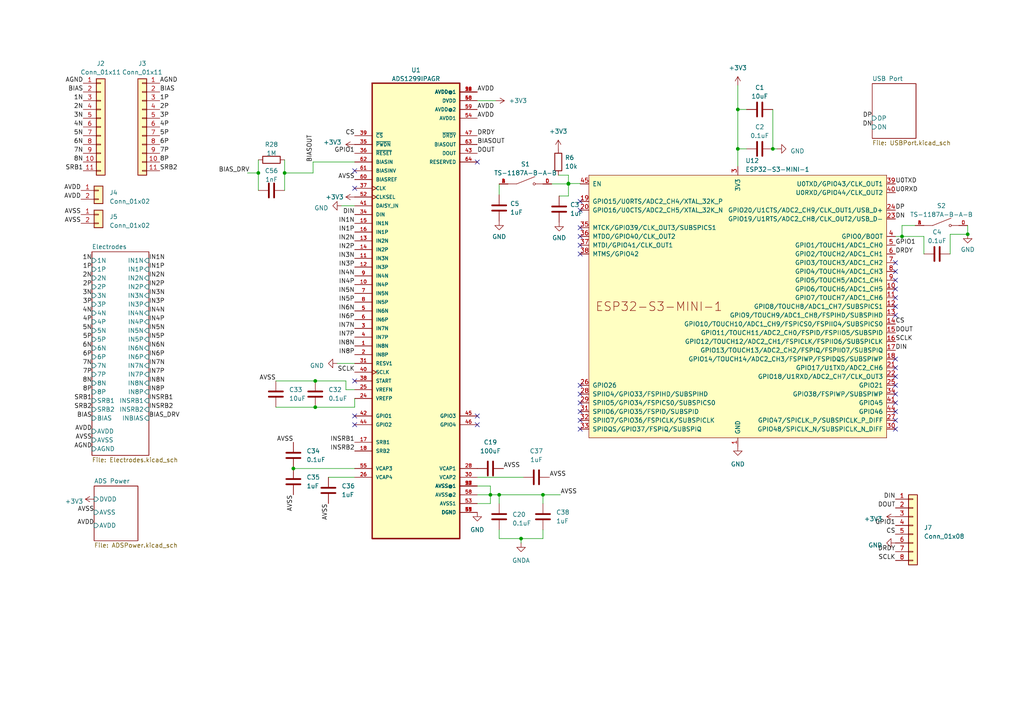
<source format=kicad_sch>
(kicad_sch (version 20230121) (generator eeschema)
  (paper "A4")
  (title_block (title "Monolith") (date "2023-12-09") (company "Monolith BCI"))
  (lib_symbols
    (symbol "ADS1299IPAGR:ADS1299IPAGR" (pin_names (offset 1.016))
      (property "Reference" "U" (at -12.7 67.04 0))
      (property "Value" "ADS1299IPAGR" (at -12.7 -70.04 0))
      (symbol "ADS1299IPAGR_0_0"
        (rectangle (start -12.7 -66.04) (end 12.7 66.04) (stroke (width 0.41)) (fill (type background)))
        (pin input line (at -17.78 -10.16 0) (length 5.08) (name "IN8N") (number "1"))
        (pin input line (at -17.78 7.62 0) (length 5.08) (name "IN4P") (number "10"))
        (pin input line (at -17.78 15.24 0) (length 5.08) (name "IN3N") (number "11"))
        (pin input line (at -17.78 12.7 0) (length 5.08) (name "IN3P") (number "12"))
        (pin input line (at -17.78 20.32 0) (length 5.08) (name "IN2N") (number "13"))
        (pin input line (at -17.78 17.78 0) (length 5.08) (name "IN2P") (number "14"))
        (pin input line (at -17.78 25.4 0) (length 5.08) (name "IN1N") (number "15"))
        (pin input line (at -17.78 22.86 0) (length 5.08) (name "IN1P") (number "16"))
        (pin bidirectional line (at -17.78 -38.1 0) (length 5.08) (name "SRB1") (number "17"))
        (pin bidirectional line (at -17.78 -40.64 0) (length 5.08) (name "SRB2") (number "18"))
        (pin power_in line (at 17.78 63.5 180) (length 5.08) (name "AVDD@1") (number "19"))
        (pin input line (at -17.78 -12.7 0) (length 5.08) (name "IN8P") (number "2"))
        (pin power_in line (at 17.78 -50.8 180) (length 5.08) (name "AVSS@1") (number "20"))
        (pin power_in line (at 17.78 63.5 180) (length 5.08) (name "AVDD@1") (number "21"))
        (pin power_in line (at 17.78 63.5 180) (length 5.08) (name "AVDD@1") (number "22"))
        (pin power_in line (at 17.78 -50.8 180) (length 5.08) (name "AVSS@1") (number "23"))
        (pin input line (at -17.78 -25.4 0) (length 5.08) (name "VREFP") (number "24"))
        (pin input line (at -17.78 -22.86 0) (length 5.08) (name "VREFN") (number "25"))
        (pin bidirectional line (at -17.78 -48.26 0) (length 5.08) (name "VCAP4") (number "26"))
        (pin output line (at 17.78 -45.72 180) (length 5.08) (name "VCAP1") (number "28"))
        (pin input line (at -17.78 -5.08 0) (length 5.08) (name "IN7N") (number "3"))
        (pin output line (at 17.78 -48.26 180) (length 5.08) (name "VCAP2") (number "30"))
        (pin input line (at -17.78 -15.24 0) (length 5.08) (name "RESV1") (number "31"))
        (pin power_in line (at 17.78 -50.8 180) (length 5.08) (name "AVSS@1") (number "32"))
        (pin power_in line (at 17.78 -58.42 180) (length 5.08) (name "DGND") (number "33"))
        (pin input line (at -17.78 27.94 0) (length 5.08) (name "DIN") (number "34"))
        (pin input line (at -17.78 48.26 0) (length 5.08) (name "~{PWDN}") (number "35"))
        (pin input line (at -17.78 45.72 0) (length 5.08) (name "~{RESET}") (number "36"))
        (pin input clock (at -17.78 35.56 0) (length 5.08) (name "CLK") (number "37"))
        (pin input line (at -17.78 -20.32 0) (length 5.08) (name "START") (number "38"))
        (pin input line (at -17.78 50.8 0) (length 5.08) (name "~{CS}") (number "39"))
        (pin input line (at -17.78 -7.62 0) (length 5.08) (name "IN7P") (number "4"))
        (pin input clock (at -17.78 -17.78 0) (length 5.08) (name "SCLK") (number "40"))
        (pin input line (at -17.78 30.48 0) (length 5.08) (name "DAISY_IN") (number "41"))
        (pin bidirectional line (at -17.78 -30.48 0) (length 5.08) (name "GPIO1") (number "42"))
        (pin output line (at 17.78 45.72 180) (length 5.08) (name "DOUT") (number "43"))
        (pin bidirectional line (at -17.78 -33.02 0) (length 5.08) (name "GPIO2") (number "44"))
        (pin bidirectional line (at 17.78 -30.48 180) (length 5.08) (name "GPIO3") (number "45"))
        (pin bidirectional line (at 17.78 -33.02 180) (length 5.08) (name "GPIO4") (number "46"))
        (pin output line (at 17.78 50.8 180) (length 5.08) (name "~{DRDY}") (number "47"))
        (pin power_in line (at 17.78 60.96 180) (length 5.08) (name "DVDD") (number "48"))
        (pin power_in line (at 17.78 -58.42 180) (length 5.08) (name "DGND") (number "49"))
        (pin input line (at -17.78 0 0) (length 5.08) (name "IN6N") (number "5"))
        (pin power_in line (at 17.78 60.96 180) (length 5.08) (name "DVDD") (number "50"))
        (pin power_in line (at 17.78 -58.42 180) (length 5.08) (name "DGND") (number "51"))
        (pin input clock (at -17.78 33.02 0) (length 5.08) (name "CLKSEL") (number "52"))
        (pin power_in line (at 17.78 -55.88 180) (length 5.08) (name "AVSS1") (number "53"))
        (pin power_in line (at 17.78 55.88 180) (length 5.08) (name "AVDD1") (number "54"))
        (pin bidirectional line (at -17.78 -45.72 0) (length 5.08) (name "VCAP3") (number "55"))
        (pin power_in line (at 17.78 63.5 180) (length 5.08) (name "AVDD@1") (number "56"))
        (pin power_in line (at 17.78 -50.8 180) (length 5.08) (name "AVSS@1") (number "57"))
        (pin power_in line (at 17.78 -53.34 180) (length 5.08) (name "AVSS@2") (number "58"))
        (pin power_in line (at 17.78 58.42 180) (length 5.08) (name "AVDD@2") (number "59"))
        (pin input line (at -17.78 -2.54 0) (length 5.08) (name "IN6P") (number "6"))
        (pin input line (at -17.78 38.1 0) (length 5.08) (name "BIASREF") (number "60"))
        (pin input line (at -17.78 40.64 0) (length 5.08) (name "BIASINV") (number "61"))
        (pin input line (at -17.78 43.18 0) (length 5.08) (name "BIASIN") (number "62"))
        (pin output line (at 17.78 48.26 180) (length 5.08) (name "BIASOUT") (number "63"))
        (pin output line (at 17.78 43.18 180) (length 5.08) (name "RESERVED") (number "64"))
        (pin input line (at -17.78 5.08 0) (length 5.08) (name "IN5N") (number "7"))
        (pin input line (at -17.78 2.54 0) (length 5.08) (name "IN5P") (number "8"))
        (pin input line (at -17.78 10.16 0) (length 5.08) (name "IN4N") (number "9"))
      )
    )
    (symbol "Connector_Generic:Conn_01x02" (pin_names (offset 1.016) hide)
      (property "Reference" "J" (at 0 2.54 0))
      (property "Value" "Conn_01x02" (at 0 -5.08 0))
      (symbol "Conn_01x02_1_1"
        (rectangle (start -1.27 -2.413) (end 0 -2.667) (stroke (width 0.1524)))
        (rectangle (start -1.27 0.127) (end 0 -0.127) (stroke (width 0.1524)))
        (rectangle (start -1.27 1.27) (end 1.27 -3.81) (stroke (width 0.254)) (fill (type background)))
        (pin passive line (at -5.08 0 0) (length 3.81) (name "Pin_1") (number "1"))
        (pin passive line (at -5.08 -2.54 0) (length 3.81) (name "Pin_2") (number "2"))
      )
    )
    (symbol "Connector_Generic:Conn_01x08" (pin_names (offset 1.016) hide)
      (property "Reference" "J" (at 0 10.16 0))
      (property "Value" "Conn_01x08" (at 0 -12.7 0))
      (symbol "Conn_01x08_1_1"
        (rectangle (start -1.27 -10.033) (end 0 -10.287) (stroke (width 0.1524)))
        (rectangle (start -1.27 -7.493) (end 0 -7.747) (stroke (width 0.1524)))
        (rectangle (start -1.27 -4.953) (end 0 -5.207) (stroke (width 0.1524)))
        (rectangle (start -1.27 -2.413) (end 0 -2.667) (stroke (width 0.1524)))
        (rectangle (start -1.27 0.127) (end 0 -0.127) (stroke (width 0.1524)))
        (rectangle (start -1.27 2.667) (end 0 2.413) (stroke (width 0.1524)))
        (rectangle (start -1.27 5.207) (end 0 4.953) (stroke (width 0.1524)))
        (rectangle (start -1.27 7.747) (end 0 7.493) (stroke (width 0.1524)))
        (rectangle (start -1.27 8.89) (end 1.27 -11.43) (stroke (width 0.254)) (fill (type background)))
        (pin passive line (at -5.08 7.62 0) (length 3.81) (name "Pin_1") (number "1"))
        (pin passive line (at -5.08 5.08 0) (length 3.81) (name "Pin_2") (number "2"))
        (pin passive line (at -5.08 2.54 0) (length 3.81) (name "Pin_3") (number "3"))
        (pin passive line (at -5.08 0 0) (length 3.81) (name "Pin_4") (number "4"))
        (pin passive line (at -5.08 -2.54 0) (length 3.81) (name "Pin_5") (number "5"))
        (pin passive line (at -5.08 -5.08 0) (length 3.81) (name "Pin_6") (number "6"))
        (pin passive line (at -5.08 -7.62 0) (length 3.81) (name "Pin_7") (number "7"))
        (pin passive line (at -5.08 -10.16 0) (length 3.81) (name "Pin_8") (number "8"))
      )
    )
    (symbol "Connector_Generic:Conn_01x11" (pin_names (offset 1.016) hide)
      (property "Reference" "J" (at 0 15.24 0))
      (property "Value" "Conn_01x11" (at 0 -15.24 0))
      (symbol "Conn_01x11_1_1"
        (rectangle (start -1.27 -12.573) (end 0 -12.827) (stroke (width 0.1524)))
        (rectangle (start -1.27 -10.033) (end 0 -10.287) (stroke (width 0.1524)))
        (rectangle (start -1.27 -7.493) (end 0 -7.747) (stroke (width 0.1524)))
        (rectangle (start -1.27 -4.953) (end 0 -5.207) (stroke (width 0.1524)))
        (rectangle (start -1.27 -2.413) (end 0 -2.667) (stroke (width 0.1524)))
        (rectangle (start -1.27 0.127) (end 0 -0.127) (stroke (width 0.1524)))
        (rectangle (start -1.27 2.667) (end 0 2.413) (stroke (width 0.1524)))
        (rectangle (start -1.27 5.207) (end 0 4.953) (stroke (width 0.1524)))
        (rectangle (start -1.27 7.747) (end 0 7.493) (stroke (width 0.1524)))
        (rectangle (start -1.27 10.287) (end 0 10.033) (stroke (width 0.1524)))
        (rectangle (start -1.27 12.827) (end 0 12.573) (stroke (width 0.1524)))
        (rectangle (start -1.27 13.97) (end 1.27 -13.97) (stroke (width 0.254)) (fill (type background)))
        (pin passive line (at -5.08 12.7 0) (length 3.81) (name "Pin_1") (number "1"))
        (pin passive line (at -5.08 -10.16 0) (length 3.81) (name "Pin_10") (number "10"))
        (pin passive line (at -5.08 -12.7 0) (length 3.81) (name "Pin_11") (number "11"))
        (pin passive line (at -5.08 10.16 0) (length 3.81) (name "Pin_2") (number "2"))
        (pin passive line (at -5.08 7.62 0) (length 3.81) (name "Pin_3") (number "3"))
        (pin passive line (at -5.08 5.08 0) (length 3.81) (name "Pin_4") (number "4"))
        (pin passive line (at -5.08 2.54 0) (length 3.81) (name "Pin_5") (number "5"))
        (pin passive line (at -5.08 0 0) (length 3.81) (name "Pin_6") (number "6"))
        (pin passive line (at -5.08 -2.54 0) (length 3.81) (name "Pin_7") (number "7"))
        (pin passive line (at -5.08 -5.08 0) (length 3.81) (name "Pin_8") (number "8"))
        (pin passive line (at -5.08 -7.62 0) (length 3.81) (name "Pin_9") (number "9"))
      )
    )
    (symbol "Device:C" (pin_numbers hide) (pin_names (offset 0.254))
      (property "Reference" "C" (at 0.635 2.54 0))
      (property "Value" "C" (at 0.635 -2.54 0))
      (symbol "C_0_1"
        (polyline (pts (xy -2.032 -0.762) (xy 2.032 -0.762)) (stroke (width 0.508)))
        (polyline (pts (xy -2.032 0.762) (xy 2.032 0.762)) (stroke (width 0.508)))
      )
      (symbol "C_1_1"
        (pin passive line (at 0 3.81 270) (length 2.794) (name "~") (number "1"))
        (pin passive line (at 0 -3.81 90) (length 2.794) (name "~") (number "2"))
      )
    )
    (symbol "Device:R" (pin_numbers hide) (pin_names (offset 0))
      (property "Reference" "R" (at 2.032 0 90))
      (property "Value" "R" (at 0 0 90))
      (symbol "R_0_1"
        (rectangle (start -1.016 -2.54) (end 1.016 2.54) (stroke (width 0.254)))
      )
      (symbol "R_1_1"
        (pin passive line (at 0 3.81 270) (length 1.27) (name "~") (number "1"))
        (pin passive line (at 0 -3.81 90) (length 1.27) (name "~") (number "2"))
      )
    )
    (symbol "PCM_Espressif:ESP32-S3-MINI-1" (pin_names (offset 1.016))
      (property "Reference" "U" (at -43.18 43.18 0))
      (property "Value" "ESP32-S3-MINI-1" (at -43.18 40.64 0))
      (symbol "ESP32-S3-MINI-1_0_0"
        (text "ESP32-S3-MINI-1" (at -22.86 0 0) (effects (font (size 2.54 2.54))))
        (pin power_in line (at 0 -40.64 90) (length 2.54) (name "GND") (number "1"))
        (pin bidirectional line (at 45.72 5.08 180) (length 2.54) (name "GPIO6/TOUCH6/ADC1_CH5") (number "10"))
        (pin bidirectional line (at 45.72 2.54 180) (length 2.54) (name "GPIO7/TOUCH7/ADC1_CH6") (number "11"))
        (pin bidirectional line (at 45.72 0 180) (length 2.54) (name "GPIO8/TOUCH8/ADC1_CH7/SUBSPICS1") (number "12"))
        (pin bidirectional line (at 45.72 -2.54 180) (length 2.54) (name "GPIO9/TOUCH9/ADC1_CH8/FSPIHD/SUBSPIHD") (number "13"))
        (pin bidirectional line (at 45.72 -5.08 180) (length 2.54) (name "GPIO10/TOUCH10/ADC1_CH9/FSPICS0/FSPIIO4/SUBSPICS0") (number "14"))
        (pin bidirectional line (at 45.72 -7.62 180) (length 2.54) (name "GPIO11/TOUCH11/ADC2_CH0/FSPID/FSPIIO5/SUBSPID") (number "15"))
        (pin bidirectional line (at 45.72 -10.16 180) (length 2.54) (name "GPIO12/TOUCH12/ADC2_CH1/FSPICLK/FSPIIO6/SUBSPICLK") (number "16"))
        (pin bidirectional line (at 45.72 -12.7 180) (length 2.54) (name "GPIO13/TOUCH13/ADC2_CH2/FSPIQ/FSPIIO7/SUBSPIQ") (number "17"))
        (pin bidirectional line (at 45.72 -15.24 180) (length 2.54) (name "GPIO14/TOUCH14/ADC2_CH3/FSPIWP/FSPIDQS/SUBSPIWP") (number "18"))
        (pin bidirectional line (at -45.72 30.48 0) (length 2.54) (name "GPIO15/U0RTS/ADC2_CH4/XTAL_32K_P") (number "19"))
        (pin passive line (at 0 -40.64 90) (length 2.54) hide (name "GND") (number "2"))
        (pin bidirectional line (at -45.72 27.94 0) (length 2.54) (name "GPIO16/U0CTS/ADC2_CH5/XTAL_32K_N") (number "20"))
        (pin bidirectional line (at 45.72 -17.78 180) (length 2.54) (name "GPIO17/U1TXD/ADC2_CH6") (number "21"))
        (pin bidirectional line (at 45.72 -20.32 180) (length 2.54) (name "GPIO18/U1RXD/ADC2_CH7/CLK_OUT3") (number "22"))
        (pin bidirectional line (at 45.72 25.4 180) (length 2.54) (name "GPIO19/U1RTS/ADC2_CH8/CLK_OUT2/USB_D-") (number "23"))
        (pin bidirectional line (at 45.72 27.94 180) (length 2.54) (name "GPIO20/U1CTS/ADC2_CH9/CLK_OUT1/USB_D+") (number "24"))
        (pin bidirectional line (at 45.72 -22.86 180) (length 2.54) (name "GPIO21") (number "25"))
        (pin bidirectional line (at -45.72 -22.86 0) (length 2.54) (name "GPIO26") (number "26"))
        (pin bidirectional line (at 45.72 -33.02 180) (length 2.54) (name "GPIO47/SPICLK_P/SUBSPICLK_P_DIFF") (number "27"))
        (pin bidirectional line (at -45.72 -25.4 0) (length 2.54) (name "SPIIO4/GPIO33/FSPIHD/SUBSPIHD") (number "28"))
        (pin bidirectional line (at -45.72 -27.94 0) (length 2.54) (name "SPIIO5/GPIO34/FSPICS0/SUBSPICS0") (number "29"))
        (pin power_in line (at 0 40.64 270) (length 2.54) (name "3V3") (number "3"))
        (pin bidirectional line (at 45.72 -35.56 180) (length 2.54) (name "GPIO48/SPICLK_N/SUBSPICLK_N_DIFF") (number "30"))
        (pin bidirectional line (at -45.72 -30.48 0) (length 2.54) (name "SPIIO6/GPIO35/FSPID/SUBSPID") (number "31"))
        (pin bidirectional line (at -45.72 -33.02 0) (length 2.54) (name "SPIIO7/GPIO36/FSPICLK/SUBSPICLK") (number "32"))
        (pin bidirectional line (at -45.72 -35.56 0) (length 2.54) (name "SPIDQS/GPIO37/FSPIQ/SUBSPIQ") (number "33"))
        (pin bidirectional line (at 45.72 -25.4 180) (length 2.54) (name "GPIO38/FSPIWP/SUBSPIWP") (number "34"))
        (pin bidirectional line (at -45.72 22.86 0) (length 2.54) (name "MTCK/GPIO39/CLK_OUT3/SUBSPICS1") (number "35"))
        (pin bidirectional line (at -45.72 20.32 0) (length 2.54) (name "MTDO/GPIO40/CLK_OUT2") (number "36"))
        (pin bidirectional line (at -45.72 17.78 0) (length 2.54) (name "MTDI/GPIO41/CLK_OUT1") (number "37"))
        (pin bidirectional line (at -45.72 15.24 0) (length 2.54) (name "MTMS/GPIO42") (number "38"))
        (pin bidirectional line (at 45.72 35.56 180) (length 2.54) (name "U0TXD/GPIO43/CLK_OUT1") (number "39"))
        (pin bidirectional line (at 45.72 20.32 180) (length 2.54) (name "GPIO0/BOOT") (number "4"))
        (pin bidirectional line (at 45.72 33.02 180) (length 2.54) (name "U0RXD/GPIO44/CLK_OUT2") (number "40"))
        (pin bidirectional line (at 45.72 -27.94 180) (length 2.54) (name "GPIO45") (number "41"))
        (pin passive line (at 0 -40.64 90) (length 2.54) hide (name "GND") (number "42"))
        (pin passive line (at 0 -40.64 90) (length 2.54) hide (name "GND") (number "43"))
        (pin bidirectional line (at 45.72 -30.48 180) (length 2.54) (name "GPIO46") (number "44"))
        (pin input line (at -45.72 35.56 0) (length 2.54) (name "EN") (number "45"))
        (pin passive line (at 0 -40.64 90) (length 2.54) hide (name "GND") (number "46"))
        (pin passive line (at 0 -40.64 90) (length 2.54) hide (name "GND") (number "47"))
        (pin passive line (at 0 -40.64 90) (length 2.54) hide (name "GND") (number "48"))
        (pin passive line (at 0 -40.64 90) (length 2.54) hide (name "GND") (number "49"))
        (pin bidirectional line (at 45.72 17.78 180) (length 2.54) (name "GPIO1/TOUCH1/ADC1_CH0") (number "5"))
        (pin passive line (at 0 -40.64 90) (length 2.54) hide (name "GND") (number "50"))
        (pin passive line (at 0 -40.64 90) (length 2.54) hide (name "GND") (number "51"))
        (pin passive line (at 0 -40.64 90) (length 2.54) hide (name "GND") (number "52"))
        (pin passive line (at 0 -40.64 90) (length 2.54) hide (name "GND") (number "53"))
        (pin passive line (at 0 -40.64 90) (length 2.54) hide (name "GND") (number "54"))
        (pin passive line (at 0 -40.64 90) (length 2.54) hide (name "GND") (number "55"))
        (pin passive line (at 0 -40.64 90) (length 2.54) hide (name "GND") (number "56"))
        (pin passive line (at 0 -40.64 90) (length 2.54) hide (name "GND") (number "57"))
        (pin passive line (at 0 -40.64 90) (length 2.54) hide (name "GND") (number "58"))
        (pin passive line (at 0 -40.64 90) (length 2.54) hide (name "GND") (number "59"))
        (pin bidirectional line (at 45.72 15.24 180) (length 2.54) (name "GPIO2/TOUCH2/ADC1_CH1") (number "6"))
        (pin passive line (at 0 -40.64 90) (length 2.54) hide (name "GND") (number "60"))
        (pin passive line (at 0 -40.64 90) (length 2.54) hide (name "GND") (number "61"))
        (pin passive line (at 0 -40.64 90) (length 2.54) hide (name "GND") (number "62"))
        (pin passive line (at 0 -40.64 90) (length 2.54) hide (name "GND") (number "63"))
        (pin passive line (at 0 -40.64 90) (length 2.54) hide (name "GND") (number "64"))
        (pin passive line (at 0 -40.64 90) (length 2.54) hide (name "GND") (number "65"))
        (pin bidirectional line (at 45.72 12.7 180) (length 2.54) (name "GPIO3/TOUCH3/ADC1_CH2") (number "7"))
        (pin bidirectional line (at 45.72 10.16 180) (length 2.54) (name "GPIO4/TOUCH4/ADC1_CH3") (number "8"))
        (pin bidirectional line (at 45.72 7.62 180) (length 2.54) (name "GPIO5/TOUCH5/ADC1_CH4") (number "9"))
      )
      (symbol "ESP32-S3-MINI-1_0_1"
        (rectangle (start -43.18 38.1) (end 43.18 -38.1) (fill (type background)))
      )
    )
    (symbol "TS-1187A-B-A-B:TS-1187A-B-A-B" (pin_names (offset 1.016))
      (property "Reference" "S" (at -2.54 2.54 0))
      (property "Value" "TS-1187A-B-A-B" (at -2.54 -2.54 0))
      (symbol "TS-1187A-B-A-B_0_0"
        (polyline (pts (xy -2.54 0) (xy -5.08 0)) (stroke (width 0.1524)))
        (polyline (pts (xy -2.54 0) (xy 2.794 2.1336)) (stroke (width 0.1524)))
        (polyline (pts (xy 5.08 0) (xy 2.921 0)) (stroke (width 0.1524)))
        (circle (center 2.54 0) (radius 0.3302) (stroke (width 0.1524)))
        (pin passive line (at -7.62 0 0) (length 2.54) (name "~") (number "A"))
        (pin passive line (at -7.62 0 0) (length 2.54) (name "~") (number "B"))
        (pin passive line (at 7.62 0 180) (length 2.54) (name "~") (number "C"))
        (pin passive line (at 7.62 0 180) (length 2.54) (name "~") (number "D"))
      )
    )
    (symbol "power:+3V3" (power) (pin_names (offset 0))
      (property "Value" "+3V3" (at 0 3.556 0))
      (symbol "+3V3_0_1"
        (polyline (pts (xy -0.762 1.27) (xy 0 2.54)))
        (polyline (pts (xy 0 0) (xy 0 2.54)))
        (polyline (pts (xy 0 2.54) (xy 0.762 1.27)))
      )
      (symbol "+3V3_1_1"
        (pin power_in line (at 0 0 90) (length 0) hide (name "+3V3") (number "1"))
      )
    )
    (symbol "power:GND" (power) (pin_names (offset 0))
      (property "Value" "GND" (at 0 -3.81 0))
      (symbol "GND_0_1"
        (polyline (pts (xy 0 0) (xy 0 -1.27) (xy 1.27 -1.27) (xy 0 -2.54) (xy -1.27 -1.27) (xy 0 -1.27)))
      )
      (symbol "GND_1_1"
        (pin power_in line (at 0 0 270) (length 0) hide (name "GND") (number "1"))
      )
    )
    (symbol "power:GNDA" (power) (pin_names (offset 0))
      (property "Value" "GNDA" (at 0 -3.81 0))
      (symbol "GNDA_0_1"
        (polyline (pts (xy 0 0) (xy 0 -1.27) (xy 1.27 -1.27) (xy 0 -2.54) (xy -1.27 -1.27) (xy 0 -1.27)))
      )
      (symbol "GNDA_1_1"
        (pin power_in line (at 0 0 270) (length 0) hide (name "GNDA") (number "1"))
      )
    )
  )
  (junction (at 280.67 67.945))
  (junction (at 157.48 143.51))
  (junction (at 164.8714 53.34))
  (junction (at 164.8714 53.229))
  (junction (at 261.62 68.58))
  (junction (at 224.155 43.18))
  (junction (at 142.24 143.51))
  (junction (at 213.995 43.18))
  (junction (at 74.93 50.165))
  (junction (at 144.78 143.51))
  (junction (at 213.995 31.75))
  (junction (at 82.55 50.165))
  (junction (at 91.44 118.11))
  (junction (at 151.13 156.21))
  (junction (at 91.44 110.49))
  (junction (at 85.09 135.89))
  (no_connect (at 259.715 109.22))
  (no_connect (at 259.715 83.82))
  (no_connect (at 168.275 71.12))
  (no_connect (at 168.275 124.46))
  (no_connect (at 138.43 120.65))
  (no_connect (at 259.715 76.2))
  (no_connect (at 168.275 68.58))
  (no_connect (at 168.275 114.3))
  (no_connect (at 259.715 91.44))
  (no_connect (at 259.715 124.46))
  (no_connect (at 168.275 66.04))
  (no_connect (at 259.715 116.84))
  (no_connect (at 259.715 111.76))
  (no_connect (at 168.275 119.38))
  (no_connect (at 259.715 104.14))
  (no_connect (at 259.715 78.74))
  (no_connect (at 102.87 110.49))
  (no_connect (at 102.87 49.53))
  (no_connect (at 168.275 111.76))
  (no_connect (at 259.715 86.36))
  (no_connect (at 259.715 81.28))
  (no_connect (at 259.715 88.9))
  (no_connect (at 102.87 54.61))
  (no_connect (at 259.715 114.3))
  (no_connect (at 168.275 58.42))
  (no_connect (at 259.715 119.38))
  (no_connect (at 102.87 123.19))
  (no_connect (at 168.275 60.96))
  (no_connect (at 168.275 121.92))
  (no_connect (at 138.43 46.99))
  (no_connect (at 138.43 123.19))
  (no_connect (at 259.715 121.92))
  (no_connect (at 259.715 106.68))
  (no_connect (at 168.275 116.84))
  (no_connect (at 102.87 120.65))
  (no_connect (at 168.275 73.66))
  (wire (pts (xy 95.25 138.43) (xy 102.87 138.43)))
  (wire (pts (xy 138.43 138.43) (xy 151.765 138.43)))
  (wire (pts (xy 74.93 46.355) (xy 74.93 50.165)))
  (wire (pts (xy 213.995 31.75) (xy 216.535 31.75)))
  (wire (pts (xy 99.06 59.69) (xy 102.87 59.69)))
  (wire (pts (xy 90.805 50.165) (xy 90.805 46.99)))
  (wire (pts (xy 224.155 31.75) (xy 224.155 43.18)))
  (wire (pts (xy 144.78 153.67) (xy 144.78 156.21)))
  (wire (pts (xy 261.62 68.58) (xy 259.715 68.58)))
  (wire (pts (xy 91.44 118.11) (xy 102.87 118.11)))
  (wire (pts (xy 216.535 43.18) (xy 213.995 43.18)))
  (wire (pts (xy 164.8714 53.34) (xy 164.8714 56.8452)))
  (wire (pts (xy 157.48 143.51) (xy 162.56 143.51)))
  (wire (pts (xy 82.55 50.165) (xy 90.805 50.165)))
  (wire (pts (xy 142.24 140.97) (xy 138.43 140.97)))
  (wire (pts (xy 100.33 113.03) (xy 100.33 110.49)))
  (wire (pts (xy 151.13 156.21) (xy 151.13 157.48)))
  (wire (pts (xy 144.78 143.51) (xy 157.48 143.51)))
  (wire (pts (xy 164.8714 53.229) (xy 164.8714 53.34)))
  (wire (pts (xy 142.24 146.05) (xy 142.24 143.51)))
  (wire (pts (xy 267.97 68.58) (xy 261.62 68.58)))
  (wire (pts (xy 275.59 73.66) (xy 275.59 67.945)))
  (wire (pts (xy 261.62 65.405) (xy 265.43 65.405)))
  (wire (pts (xy 102.87 113.03) (xy 100.33 113.03)))
  (wire (pts (xy 138.43 143.51) (xy 142.24 143.51)))
  (wire (pts (xy 100.33 110.49) (xy 91.44 110.49)))
  (wire (pts (xy 142.24 143.51) (xy 144.78 143.51)))
  (wire (pts (xy 97.79 105.41) (xy 102.87 105.41)))
  (wire (pts (xy 168.275 53.229) (xy 168.275 53.34)))
  (wire (pts (xy 74.93 50.165) (xy 74.93 55.245)))
  (wire (pts (xy 157.48 143.51) (xy 157.48 146.05)))
  (wire (pts (xy 267.97 73.66) (xy 267.97 68.58)))
  (wire (pts (xy 213.995 31.75) (xy 213.995 43.18)))
  (wire (pts (xy 102.87 118.11) (xy 102.87 115.57)))
  (wire (pts (xy 138.43 29.21) (xy 143.764 29.21)))
  (wire (pts (xy 144.78 53.34) (xy 144.78 56.515)))
  (wire (pts (xy 213.995 43.18) (xy 213.995 48.26)))
  (wire (pts (xy 275.59 67.945) (xy 280.67 67.945)))
  (wire (pts (xy 280.67 65.405) (xy 280.67 67.945)))
  (wire (pts (xy 151.13 156.21) (xy 144.78 156.21)))
  (wire (pts (xy 142.24 143.51) (xy 142.24 140.97)))
  (wire (pts (xy 80.01 118.11) (xy 91.44 118.11)))
  (wire (pts (xy 82.55 46.355) (xy 82.55 50.165)))
  (wire (pts (xy 157.48 153.67) (xy 157.48 156.21)))
  (wire (pts (xy 162.179 56.8452) (xy 164.8714 56.8452)))
  (wire (pts (xy 82.55 50.165) (xy 82.55 55.245)))
  (wire (pts (xy 164.8714 50.8) (xy 164.8714 53.229)))
  (wire (pts (xy 144.78 143.51) (xy 144.78 146.05)))
  (wire (pts (xy 161.925 50.8) (xy 164.8714 50.8)))
  (wire (pts (xy 261.62 65.405) (xy 261.62 68.58)))
  (wire (pts (xy 80.01 110.49) (xy 91.44 110.49)))
  (wire (pts (xy 164.8714 53.229) (xy 168.275 53.229)))
  (wire (pts (xy 71.755 50.165) (xy 74.93 50.165)))
  (wire (pts (xy 157.48 156.21) (xy 151.13 156.21)))
  (wire (pts (xy 213.995 24.765) (xy 213.995 31.75)))
  (wire (pts (xy 90.805 46.99) (xy 102.87 46.99)))
  (wire (pts (xy 160.02 53.34) (xy 164.8714 53.34)))
  (wire (pts (xy 138.43 146.05) (xy 142.24 146.05)))
  (wire (pts (xy 224.155 43.18) (xy 225.425 43.18)))
  (wire (pts (xy 85.09 135.89) (xy 102.87 135.89)))
  (label "IN5P" (at 43.18 98.425 0))
  (label "IN4P" (at 102.87 82.55 180))
  (label "DIN" (at 259.715 101.6 0))
  (label "SRB1" (at 24.13 49.53 180))
  (label "DIN" (at 259.715 144.78 180))
  (label "3N" (at 26.67 85.725 180))
  (label "IN4P" (at 43.18 93.345 0))
  (label "IN2P" (at 102.87 72.39 180))
  (label "DP" (at 252.984 34.29 180))
  (label "1N" (at 26.67 75.565 180))
  (label "IN1N" (at 102.87 64.77 180))
  (label "IN7P" (at 43.18 108.585 0))
  (label "5N" (at 26.67 95.885 180))
  (label "IN8N" (at 102.87 100.33 180))
  (label "DP" (at 259.715 60.96 0))
  (label "AVSS" (at 23.495 64.77 180))
  (label "6P" (at 46.355 41.91 0))
  (label "DRDY" (at 259.715 160.02 180))
  (label "6N" (at 24.13 41.91 180))
  (label "INSRB2" (at 43.18 118.745 0))
  (label "IN7P" (at 102.87 97.79 180))
  (label "IN3N" (at 43.18 85.725 0))
  (label "AVSS" (at 26.67 127.635 180))
  (label "IN3P" (at 43.18 88.265 0))
  (label "AVSS" (at 85.09 128.27 180))
  (label "INSRB2" (at 102.87 130.81 180))
  (label "BIASOUT" (at 90.805 46.99 90))
  (label "6N" (at 26.67 100.965 180))
  (label "AGND" (at 24.13 24.13 180))
  (label "8N" (at 24.13 46.99 180))
  (label "AVSS" (at 95.25 146.05 270))
  (label "IN2P" (at 43.18 83.185 0))
  (label "4P" (at 46.355 36.83 0))
  (label "AVSS" (at 162.56 143.51 0))
  (label "DOUT" (at 138.43 44.45 0))
  (label "IN7N" (at 102.87 95.25 180))
  (label "2P" (at 26.67 83.185 180))
  (label "IN8P" (at 102.87 102.87 180))
  (label "6P" (at 26.67 103.505 180))
  (label "AVDD" (at 23.495 55.245 180))
  (label "8P" (at 46.355 46.99 0))
  (label "IN1P" (at 102.87 67.31 180))
  (label "DOUT" (at 259.715 96.52 0))
  (label "IN7N" (at 43.18 106.045 0))
  (label "IN1P" (at 43.18 78.105 0))
  (label "AVDD" (at 26.67 125.095 180))
  (label "IN6P" (at 43.18 103.505 0))
  (label "INSRB1" (at 102.87 128.27 180))
  (label "4P" (at 26.67 93.345 180))
  (label "GPIO1" (at 102.87 44.45 180))
  (label "1P" (at 46.355 29.21 0))
  (label "U0RXD" (at 259.715 55.88 0))
  (label "7N" (at 24.13 44.45 180))
  (label "2N" (at 26.67 80.645 180))
  (label "AGND" (at 46.355 24.13 0))
  (label "3P" (at 46.355 34.29 0))
  (label "AVDD" (at 23.495 57.785 180))
  (label "CS" (at 102.87 39.37 180))
  (label "IN5P" (at 102.87 87.63 180))
  (label "DN" (at 259.715 63.5 0))
  (label "AVSS" (at 23.495 62.23 180))
  (label "AVSS" (at 102.87 52.07 180))
  (label "AVSS" (at 159.385 138.43 0))
  (label "BIAS" (at 26.67 121.285 180))
  (label "IN5N" (at 102.87 85.09 180))
  (label "IN4N" (at 43.18 90.805 0))
  (label "DOUT" (at 259.715 147.32 180))
  (label "SRB2" (at 26.67 118.745 180))
  (label "DRDY" (at 138.43 39.37 0))
  (label "INSRB1" (at 43.18 116.205 0))
  (label "GPIO1" (at 259.715 152.4 180))
  (label "GPIO1" (at 259.715 71.12 0))
  (label "AVSS" (at 146.05 135.89 0))
  (label "CS" (at 259.715 93.98 0))
  (label "IN8P" (at 43.18 113.665 0))
  (label "IN6N" (at 102.87 90.17 180))
  (label "DN" (at 252.984 36.83 180))
  (label "IN8N" (at 43.18 111.125 0))
  (label "IN3N" (at 102.87 74.93 180))
  (label "BIAS" (at 24.13 26.67 180))
  (label "IN6N" (at 43.18 100.965 0))
  (label "3P" (at 26.67 88.265 180))
  (label "AVSS" (at 85.09 143.51 270))
  (label "BIAS_DRV" (at 72.39 50.165 180))
  (label "AVSS" (at 27.305 148.59 180))
  (label "5P" (at 26.67 98.425 180))
  (label "SCLK" (at 259.715 162.56 180))
  (label "AVDD" (at 138.43 31.75 0))
  (label "7N" (at 26.67 106.045 180))
  (label "IN5N" (at 43.18 95.885 0))
  (label "AVDD" (at 138.43 34.29 0))
  (label "1N" (at 24.13 29.21 180))
  (label "2N" (at 24.13 31.75 180))
  (label "U0TXD" (at 259.715 53.34 0))
  (label "AVDD" (at 138.43 26.67 0))
  (label "AVDD" (at 27.305 152.4 180))
  (label "IN3P" (at 102.87 77.47 180))
  (label "7P" (at 26.67 108.585 180))
  (label "BIAS" (at 46.355 26.67 0))
  (label "DRDY" (at 259.715 73.66 0))
  (label "IN4N" (at 102.87 80.01 180))
  (label "BIAS_DRV" (at 43.18 121.285 0))
  (label "4N" (at 24.13 36.83 180))
  (label "SCLK" (at 102.87 107.95 180))
  (label "8P" (at 26.67 113.665 180))
  (label "4N" (at 26.67 90.805 180))
  (label "IN2N" (at 102.87 69.85 180))
  (label "7P" (at 46.355 44.45 0))
  (label "1P" (at 26.67 78.105 180))
  (label "SCLK" (at 259.715 99.06 0))
  (label "IN1N" (at 43.18 75.565 0))
  (label "DIN" (at 102.87 62.23 180))
  (label "2P" (at 46.355 31.75 0))
  (label "AVSS" (at 80.01 110.49 180))
  (label "8N" (at 26.67 111.125 180))
  (label "IN6P" (at 102.87 92.71 180))
  (label "BIASOUT" (at 138.43 41.91 0))
  (label "3N" (at 24.13 34.29 180))
  (label "SRB1" (at 26.67 116.205 180))
  (label "5N" (at 24.13 39.37 180))
  (label "IN2N" (at 43.18 80.645 0))
  (label "5P" (at 46.355 39.37 0))
  (label "SRB2" (at 46.355 49.53 0))
  (label "CS" (at 259.715 154.94 180))
  (label "AGND" (at 26.67 130.175 180))
  (symbol (lib_id "power:GND") (at 144.78 64.135 0) (unit 1)
    (property "Reference" "#PWR016" (effects hide))
    (property "Value" "GND" (at 144.78 68.6562 0))
  )
  (symbol (lib_id "ADS1299IPAGR:ADS1299IPAGR") (at 120.65 90.17 0) (unit 1)
    (property "Reference" "U1" (at 120.65 20.32 0))
    (property "Value" "ADS1299IPAGR" (at 120.65 22.86 0))
    (property "Footprint" "ADS1299IPAGR:QFP50P1200X1200X120-64N" (effects hide))
    (property "DigiKey_Part_Number" "296-34818-2-ND" (effects hide))
    (property "MF" "Texas Instruments" (effects hide))
    (property "Purchase-URL" "https://www.snapeda.com/api/url_track_click_mouser/?unipart_id=45823&manufacturer=Texas Instruments&part_name=ADS1299IPAGR&search_term=ads1299ipagr" (effects hide))
    (property "Package" "TQFP-64 Texas Instruments" (effects hide))
    (property "SnapEDA_Link" "https://www.snapeda.com/parts/ADS1299IPAGR/Texas+Instruments/view-part/?ref=snap" (effects hide))
    (property "MP" "ADS1299IPAGR" (effects hide))
    (property "Description" "\nLow-Noise, 8-Channel, 24-Bit Analog-to-Digital Converter for Biopotential Measurements\n" (effects hide))
    (property "Check_prices" "https://www.snapeda.com/parts/ADS1299IPAGR/Texas+Instruments/view-part/?ref=eda" (effects hide))
  )
  (symbol (lib_id "Device:C") (at 95.25 142.24 180) (unit 1)
    (property "Reference" "C36" (at 99.06 140.97 0) (effects (justify right)))
    (property "Value" "1uF" (at 99.06 143.51 0) (effects (justify right)))
    (property "Footprint" "Capacitor_SMD:C_0603_1608Metric" (effects hide))
    (property "LCSC" "C15849" (effects hide))
  )
  (symbol (lib_id "Connector_Generic:Conn_01x08") (at 264.795 152.4 0) (unit 1)
    (property "Reference" "J7" (at 267.97 153.035 0) (effects (justify left)))
    (property "Value" "Conn_01x08" (at 267.97 155.575 0) (effects (justify left)))
    (property "Footprint" "Connector_PinSocket_2.54mm:PinSocket_1x08_P2.54mm_Vertical" (effects hide))
  )
  (symbol (lib_id "power:+3V3") (at 102.87 41.91 90) (unit 1)
    (property "Reference" "#PWR052" (effects hide))
    (property "Value" "+3V3" (at 99.06 41.275 90) (effects (justify left)))
  )
  (symbol (lib_id "Connector_Generic:Conn_01x02") (at 28.575 55.245 0) (unit 1)
    (property "Reference" "J4" (at 31.75 55.88 0) (effects (justify left)))
    (property "Value" "Conn_01x02" (at 31.75 58.42 0) (effects (justify left)))
    (property "Footprint" "Connector_PinHeader_2.54mm:PinHeader_1x02_P2.54mm_Vertical" (effects hide))
  )
  (symbol (lib_id "Device:C") (at 142.24 135.89 90) (unit 1)
    (property "Reference" "C19" (at 142.24 128.27 90))
    (property "Value" "100uF" (at 142.24 130.81 90))
    (property "Footprint" "Capacitor_SMD:C_1206_3216Metric" (effects hide))
    (property "LCSC" "C15008" (effects hide))
  )
  (symbol (lib_id "Device:C") (at 85.09 132.08 0) (unit 1)
    (property "Reference" "C34" (at 88.9 130.81 0) (effects (justify left)))
    (property "Value" "0.1uF" (at 88.9 133.35 0) (effects (justify left)))
    (property "Footprint" "Capacitor_SMD:C_0603_1608Metric" (effects hide))
    (property "LCSC" "C14663" (effects hide))
  )
  (symbol (lib_id "Device:C") (at 220.345 43.18 270) (unit 1)
    (property "Reference" "C2" (at 220.345 36.83 90))
    (property "Value" "0.1uF" (at 220.345 39.37 90))
    (property "Footprint" "Capacitor_SMD:C_0603_1608Metric" (effects hide))
    (property "LCSC" "C14663" (effects hide))
  )
  (symbol (lib_id "Connector_Generic:Conn_01x11") (at 41.275 36.83 0) (mirror y) (unit 1)
    (property "Reference" "J3" (at 41.275 18.415 0))
    (property "Value" "Conn_01x11" (at 41.275 20.955 0))
    (property "Footprint" "Connector_PinHeader_2.54mm:PinHeader_1x11_P2.54mm_Vertical" (effects hide))
  )
  (symbol (lib_id "Device:C") (at 144.78 149.86 0) (unit 1)
    (property "Reference" "C20" (at 148.59 149.225 0) (effects (justify left)))
    (property "Value" "0.1uF" (at 148.59 151.765 0) (effects (justify left)))
    (property "Footprint" "Capacitor_SMD:C_0603_1608Metric" (effects hide))
    (property "LCSC" "C14663" (effects hide))
  )
  (symbol (lib_id "Device:C") (at 85.09 139.7 0) (unit 1)
    (property "Reference" "C35" (at 88.9 138.43 0) (effects (justify left)))
    (property "Value" "1uF" (at 88.9 140.97 0) (effects (justify left)))
    (property "Footprint" "Capacitor_SMD:C_0603_1608Metric" (effects hide))
    (property "LCSC" "C15849" (effects hide))
  )
  (symbol (lib_id "power:GND") (at 138.43 148.59 0) (unit 1)
    (property "Reference" "#PWR024" (effects hide))
    (property "Value" "GND" (at 138.43 153.67 0))
  )
  (symbol (lib_id "power:GND") (at 213.995 129.54 0) (unit 1)
    (property "Reference" "#PWR011" (effects hide))
    (property "Value" "GND" (at 213.995 134.62 0))
  )
  (symbol (lib_id "power:+3V3") (at 27.305 144.78 90) (unit 1)
    (property "Reference" "#PWR059" (effects hide))
    (property "Value" "+3V3" (at 24.13 145.415 90) (effects (justify left)))
  )
  (symbol (lib_id "Device:C") (at 157.48 149.86 0) (unit 1)
    (property "Reference" "C38" (at 161.29 148.59 0) (effects (justify left)))
    (property "Value" "1uF" (at 161.29 151.13 0) (effects (justify left)))
    (property "Footprint" "Capacitor_SMD:C_0603_1608Metric" (effects hide))
    (property "LCSC" "C15849" (effects hide))
  )
  (symbol (lib_id "Device:C") (at 78.74 55.245 270) (unit 1)
    (property "Reference" "C56" (at 78.74 49.53 90))
    (property "Value" "1nF" (at 78.74 52.07 90))
    (property "Footprint" "Capacitor_SMD:C_0402_1005Metric" (effects hide))
    (property "LCSC" "C1523" (effects hide))
  )
  (symbol (lib_id "Device:C") (at 162.179 60.6552 0) (unit 1)
    (property "Reference" "C3" (at 165.354 59.3852 0) (effects (justify left)))
    (property "Value" "1uF" (at 165.354 61.9252 0) (effects (justify left)))
    (property "Footprint" "Capacitor_SMD:C_0603_1608Metric" (effects hide))
    (property "LCSC" "C15849" (effects hide))
  )
  (symbol (lib_id "PCM_Espressif:ESP32-S3-MINI-1") (at 213.995 88.9 0) (unit 1)
    (property "Reference" "U12" (at 216.1891 46.609 0) (effects (justify left)))
    (property "Value" "ESP32-S3-MINI-1" (at 216.1891 49.149 0) (effects (justify left)))
    (property "Footprint" "PCM_Espressif:ESP32-S3-MINI-1" (effects hide))
    (property "Datasheet" "https://www.espressif.com/sites/default/files/documentation/esp32-s3-mini-1_mini-1u_datasheet_en.pdf" (effects hide))
    (property "LCSC" "C2913206" (effects hide))
  )
  (symbol (lib_id "Device:C") (at 144.78 60.325 0) (unit 1)
    (property "Reference" "C5" (at 147.955 59.055 0) (effects (justify left)))
    (property "Value" "1uF" (at 147.955 61.595 0) (effects (justify left)))
    (property "Footprint" "Capacitor_SMD:C_0603_1608Metric" (effects hide))
    (property "LCSC" "C15849" (effects hide))
  )
  (symbol (lib_id "Connector_Generic:Conn_01x11") (at 29.21 36.83 0) (unit 1)
    (property "Reference" "J2" (at 29.21 18.415 0))
    (property "Value" "Conn_01x11" (at 29.21 20.955 0))
    (property "Footprint" "Connector_PinHeader_2.54mm:PinHeader_1x11_P2.54mm_Vertical" (effects hide))
  )
  (symbol (lib_id "Device:R") (at 161.925 46.99 0) (unit 1)
    (property "Reference" "R6" (at 163.8554 45.72 0) (effects (justify left)))
    (property "Value" "10k" (at 163.8554 48.26 0) (effects (justify left)))
    (property "Footprint" "Resistor_SMD:R_0603_1608Metric" (effects hide))
    (property "LCSC" "C25804" (effects hide))
  )
  (symbol (lib_id "power:+3V3") (at 143.764 29.21 270) (unit 1)
    (property "Reference" "#PWR06" (effects hide))
    (property "Value" "+3V3" (at 147.574 29.21 90) (effects (justify left)))
  )
  (symbol (lib_id "power:GND") (at 97.79 105.41 270) (unit 1)
    (property "Reference" "#PWR025" (effects hide))
    (property "Value" "GND" (at 93.98 106.045 90) (effects (justify right)))
  )
  (symbol (lib_id "Device:C") (at 271.78 73.66 270) (unit 1)
    (property "Reference" "C4" (at 271.78 67.31 90))
    (property "Value" "0.1uF" (at 271.78 69.85 90))
    (property "Footprint" "Capacitor_SMD:C_0603_1608Metric" (effects hide))
    (property "LCSC" "C14663" (effects hide))
  )
  (symbol (lib_id "power:+3V3") (at 161.925 43.18 0) (unit 1)
    (property "Reference" "#PWR013" (effects hide))
    (property "Value" "+3V3" (at 161.925 38.1 0))
  )
  (symbol (lib_id "power:GND") (at 162.179 64.4652 0) (unit 1)
    (property "Reference" "#PWR014" (effects hide))
    (property "Value" "GND" (at 162.179 68.9864 0))
  )
  (symbol (lib_id "power:+3V3") (at 213.995 24.765 0) (unit 1)
    (property "Reference" "#PWR07" (effects hide))
    (property "Value" "+3V3" (at 213.995 19.685 0))
  )
  (symbol (lib_id "TS-1187A-B-A-B:TS-1187A-B-A-B") (at 152.4 53.34 0) (unit 1)
    (property "Reference" "S1" (at 152.4 47.625 0))
    (property "Value" "TS-1187A-B-A-B" (at 152.4 50.165 0))
    (property "Footprint" "TS-1187A-B-A-B:SW_TS-1187A-B-A-B" (effects hide))
    (property "MF" "XKB Industrial Precision" (effects hide))
    (property "MAXIMUM_PACKAGE_HEIGHT" "1.5mm" (effects hide))
    (property "Package" "Package" (effects hide))
    (property "Price" "None" (effects hide))
    (property "Check_prices" "https://www.snapeda.com/parts/TS-1187A-B-A-B/XKB+Industrial+Precision/view-part/?ref=eda" (effects hide))
    (property "STANDARD" "Manufacturer Recommendations" (effects hide))
    (property "PARTREV" "A0" (effects hide))
    (property "SnapEDA_Link" "https://www.snapeda.com/parts/TS-1187A-B-A-B/XKB+Industrial+Precision/view-part/?ref=snap" (effects hide))
    (property "MP" "TS-1187A-B-A-B" (effects hide))
    (property "Description" "\nTS-1187A-B-A-B XKB Connectivity\n" (effects hide))
    (property "Availability" "Not in stock" (effects hide))
    (property "MANUFACTURER" "XKB Industrial Precision" (effects hide))
    (property "LCSC" "C318884" (effects hide))
  )
  (symbol (lib_id "power:GND") (at 225.425 43.18 90) (unit 1)
    (property "Reference" "#PWR012" (effects hide))
    (property "Value" "GND" (at 229.235 43.815 90) (effects (justify right)))
  )
  (symbol (lib_id "power:GNDA") (at 151.13 157.48 0) (unit 1)
    (property "Reference" "#PWR030" (effects hide))
    (property "Value" "GNDA" (at 151.13 162.56 0))
  )
  (symbol (lib_id "power:+3V3") (at 102.87 57.15 90) (unit 1)
    (property "Reference" "#PWR050" (effects hide))
    (property "Value" "+3V3" (at 99.695 57.15 90) (effects (justify left)))
  )
  (symbol (lib_id "Connector_Generic:Conn_01x02") (at 28.575 62.23 0) (unit 1)
    (property "Reference" "J5" (at 31.75 62.865 0) (effects (justify left)))
    (property "Value" "Conn_01x02" (at 31.75 65.405 0) (effects (justify left)))
    (property "Footprint" "Connector_PinHeader_2.54mm:PinHeader_1x02_P2.54mm_Vertical" (effects hide))
  )
  (symbol (lib_id "Device:C") (at 80.01 114.3 0) (unit 1)
    (property "Reference" "C33" (at 83.82 113.03 0) (effects (justify left)))
    (property "Value" "10uF" (at 83.82 115.57 0) (effects (justify left)))
    (property "Footprint" "Capacitor_SMD:C_0603_1608Metric" (effects hide))
    (property "LCSC" "C96446" (effects hide))
  )
  (symbol (lib_id "power:GND") (at 259.715 157.48 270) (unit 1)
    (property "Reference" "#PWR09" (effects hide))
    (property "Value" "GND" (at 255.905 158.115 90) (effects (justify right)))
  )
  (symbol (lib_id "Device:C") (at 155.575 138.43 270) (unit 1)
    (property "Reference" "C37" (at 155.575 130.81 90))
    (property "Value" "1uF" (at 155.575 133.35 90))
    (property "Footprint" "Capacitor_SMD:C_0603_1608Metric" (effects hide))
    (property "LCSC" "C15849" (effects hide))
  )
  (symbol (lib_id "Device:C") (at 220.345 31.75 270) (unit 1)
    (property "Reference" "C1" (at 220.345 25.4 90))
    (property "Value" "10uF" (at 220.345 27.94 90))
    (property "Footprint" "Capacitor_SMD:C_0603_1608Metric" (effects hide))
    (property "LCSC" "C96446" (effects hide))
  )
  (symbol (lib_id "power:+3V3") (at 259.715 149.86 90) (unit 1)
    (property "Reference" "#PWR010" (effects hide))
    (property "Value" "+3V3" (at 255.905 150.495 90) (effects (justify left)))
  )
  (symbol (lib_id "TS-1187A-B-A-B:TS-1187A-B-A-B") (at 273.05 65.405 0) (unit 1)
    (property "Reference" "S2" (at 273.05 59.69 0))
    (property "Value" "TS-1187A-B-A-B" (at 273.05 62.23 0))
    (property "Footprint" "TS-1187A-B-A-B:SW_TS-1187A-B-A-B" (effects hide))
    (property "MF" "XKB Industrial Precision" (effects hide))
    (property "MAXIMUM_PACKAGE_HEIGHT" "1.5mm" (effects hide))
    (property "Package" "Package" (effects hide))
    (property "Price" "None" (effects hide))
    (property "Check_prices" "https://www.snapeda.com/parts/TS-1187A-B-A-B/XKB+Industrial+Precision/view-part/?ref=eda" (effects hide))
    (property "STANDARD" "Manufacturer Recommendations" (effects hide))
    (property "PARTREV" "A0" (effects hide))
    (property "SnapEDA_Link" "https://www.snapeda.com/parts/TS-1187A-B-A-B/XKB+Industrial+Precision/view-part/?ref=snap" (effects hide))
    (property "MP" "TS-1187A-B-A-B" (effects hide))
    (property "Description" "\nTS-1187A-B-A-B XKB Connectivity\n" (effects hide))
    (property "Availability" "Not in stock" (effects hide))
    (property "MANUFACTURER" "XKB Industrial Precision" (effects hide))
    (property "LCSC" "C318884" (effects hide))
  )
  (symbol (lib_id "Device:R") (at 78.74 46.355 90) (unit 1)
    (property "Reference" "R28" (at 78.74 41.91 90))
    (property "Value" "1M" (at 78.74 44.45 90))
    (property "Footprint" "Resistor_SMD:R_0603_1608Metric" (effects hide))
    (property "LCSC" "C105578" (effects hide))
  )
  (symbol (lib_id "power:GND") (at 99.06 59.69 270) (unit 1)
    (property "Reference" "#PWR023" (effects hide))
    (property "Value" "GND" (at 95.25 60.325 90) (effects (justify right)))
  )
  (symbol (lib_id "power:GND") (at 280.67 67.945 0) (unit 1)
    (property "Reference" "#PWR015" (effects hide))
    (property "Value" "GND" (at 280.67 72.39 0))
  )
  (symbol (lib_id "Device:C") (at 91.44 114.3 0) (unit 1)
    (property "Reference" "C32" (at 95.25 113.03 0) (effects (justify left)))
    (property "Value" "0.1uF" (at 95.25 115.57 0) (effects (justify left)))
    (property "Footprint" "Capacitor_SMD:C_0603_1608Metric" (effects hide))
    (property "LCSC" "C14663" (effects hide))
  )
  (sheet (at 252.984 24.257) (size 12.7 15.875) (stroke (width 0.1524))
    (property "Sheetname" "USB Port" (at 252.984 23.5454 0) (effects (justify left bottom)))
    (property "Sheetfile" "USBPort.kicad_sch" (at 252.984 40.7166 0) (effects (justify left top)))
    (pin "DP" input (at 252.984 34.29 180))
    (pin "DN" input (at 252.984 36.83 180))
  )
  (sheet (at 27.305 140.97) (size 12.7 15.875) (stroke (width 0.1524))
    (property "Sheetname" "ADS Power" (at 27.305 140.2584 0) (effects (justify left bottom)))
    (property "Sheetfile" "ADSPower.kicad_sch" (at 27.305 157.4296 0) (effects (justify left top)))
    (pin "DVDD" input (at 27.305 144.78 180))
    (pin "AVSS" input (at 27.305 148.59 180))
    (pin "AVDD" input (at 27.305 152.4 180))
  )
  (sheet (at 26.67 73.025) (size 16.51 59.055) (stroke (width 0.1524))
    (property "Sheetname" "Electrodes" (at 26.67 72.3134 0) (effects (justify left bottom)))
    (property "Sheetfile" "Electrodes.kicad_sch" (at 26.67 132.6646 0) (effects (justify left top)))
    (pin "1P" input (at 26.67 78.105 180))
    (pin "2P" input (at 26.67 83.185 180))
    (pin "1N" input (at 26.67 75.565 180))
    (pin "2N" input (at 26.67 80.645 180))
    (pin "IN3P" input (at 43.18 88.265 0))
    (pin "IN3N" input (at 43.18 85.725 0))
    (pin "3P" input (at 26.67 88.265 180))
    (pin "4N" input (at 26.67 90.805 180))
    (pin "4P" input (at 26.67 93.345 180))
    (pin "3N" input (at 26.67 85.725 180))
    (pin "IN5P" input (at 43.18 98.425 0))
    (pin "5P" input (at 26.67 98.425 180))
    (pin "IN5N" input (at 43.18 95.885 0))
    (pin "IN4N" input (at 43.18 90.805 0))
    (pin "IN4P" input (at 43.18 93.345 0))
    (pin "7N" input (at 26.67 106.045 180))
    (pin "8P" input (at 26.67 113.665 180))
    (pin "8N" input (at 26.67 111.125 180))
    (pin "7P" input (at 26.67 108.585 180))
    (pin "5N" input (at 26.67 95.885 180))
    (pin "6P" input (at 26.67 103.505 180))
    (pin "6N" input (at 26.67 100.965 180))
    (pin "IN6P" input (at 43.18 103.505 0))
    (pin "IN6N" input (at 43.18 100.965 0))
    (pin "INBIAS" input (at 43.18 121.285 0))
    (pin "IN8P" input (at 43.18 113.665 0))
    (pin "INSRB2" input (at 43.18 118.745 0))
    (pin "INSRB1" input (at 43.18 116.205 0))
    (pin "IN7P" input (at 43.18 108.585 0))
    (pin "IN8N" input (at 43.18 111.125 0))
    (pin "AGND" input (at 26.67 130.175 180))
    (pin "BIAS" input (at 26.67 121.285 180))
    (pin "SRB1" input (at 26.67 116.205 180))
    (pin "SRB2" input (at 26.67 118.745 180))
    (pin "AVDD" input (at 26.67 125.095 180))
    (pin "AVSS" input (at 26.67 127.635 180))
    (pin "IN7N" input (at 43.18 106.045 0))
    (pin "IN2N" input (at 43.18 80.645 0))
    (pin "IN1P" input (at 43.18 78.105 0))
    (pin "IN1N" input (at 43.18 75.565 0))
    (pin "IN2P" input (at 43.18 83.185 0))
  )
)
</source>
